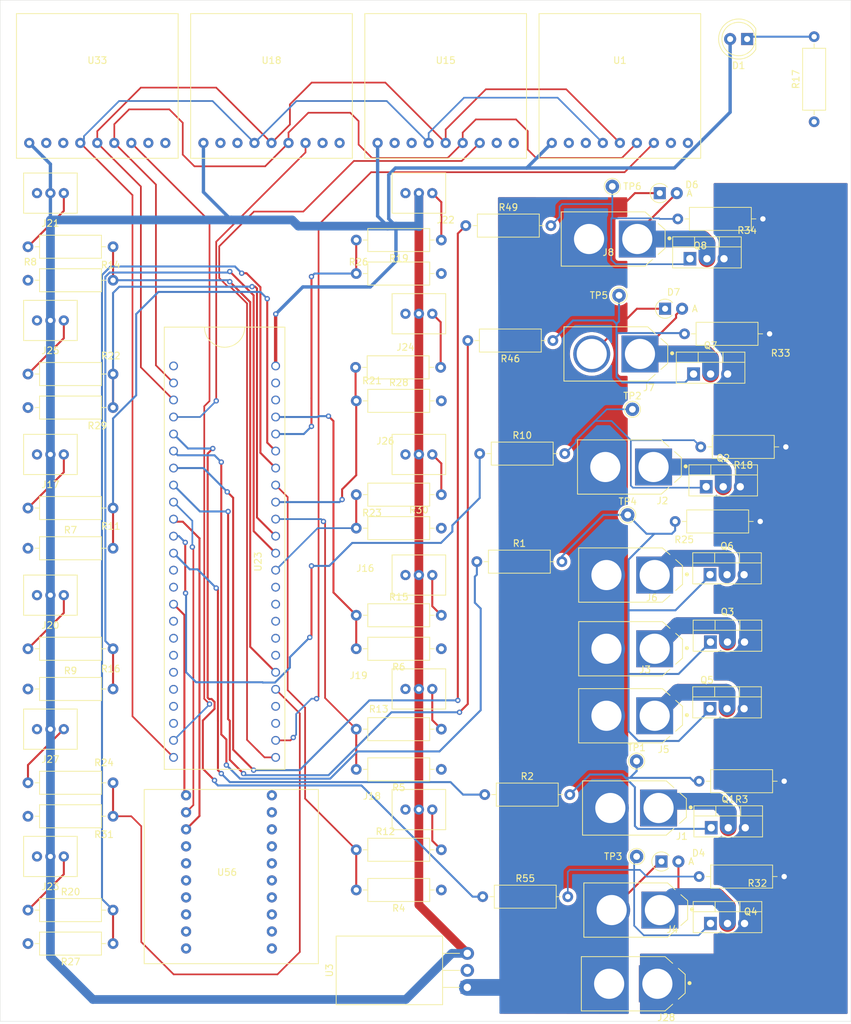
<source format=kicad_pcb>
(kicad_pcb (version 20211014) (generator pcbnew)
  (layers (0 "F.Cu" power) (1 "In1.Cu" signal) (2 "In2.Cu" signal) (31 "B.Cu" signal) (35 "F.Paste" user) (37 "F.SilkS" user "F.Silkscreen") (38 "B.Mask" user) (39 "F.Mask" user) (44 "Edge.Cuts" user))
  (net 0 "")
  (net 1 "Net-(D1-Pad1)")
  (net 2 "+5V")
  (net 3 "Net-(J16-Pad1)")
  (net 4 "Net-(J17-Pad1)")
  (net 5 "Net-(J18-Pad1)")
  (net 6 "Net-(J19-Pad1)")
  (net 7 "Net-(J20-Pad1)")
  (net 8 "Net-(J21-Pad1)")
  (net 9 "Net-(J22-Pad1)")
  (net 10 "Net-(J23-Pad1)")
  (net 11 "Net-(J24-Pad1)")
  (net 12 "Net-(J25-Pad1)")
  (net 13 "Net-(J26-Pad1)")
  (net 14 "Net-(J27-Pad1)")
  (net 15 "+12V")
  (net 16 "Net-(R12-Pad1)")
  (net 17 "Net-(R13-Pad1)")
  (net 18 "Net-(R15-Pad1)")
  (net 19 "Net-(R11-Pad1)")
  (net 20 "Net-(R14-Pad1)")
  (net 21 "Net-(R16-Pad1)")
  (net 22 "Net-(R19-Pad2)")
  (net 23 "Net-(R20-Pad2)")
  (net 24 "Net-(R21-Pad2)")
  (net 25 "Net-(R22-Pad2)")
  (net 26 "Net-(R23-Pad2)")
  (net 27 "Net-(R24-Pad2)")
  (net 28 "Net-(Q1-Pad1)")
  (net 29 "TNS_10")
  (net 30 "TNS_3")
  (net 31 "TNS_6")
  (net 32 "GND")
  (net 33 "TNS_4")
  (net 34 "TNS_5")
  (net 35 "TNS_9")
  (net 36 "Net-(Q2-Pad1)")
  (net 37 "Net-(D2-Pad2)")
  (net 38 "Net-(D3-Pad2)")
  (net 39 "Net-(J3-Pad1)")
  (net 40 "Net-(J5-Pad1)")
  (net 41 "Net-(D4-Pad2)")
  (net 42 "Net-(D5-Pad2)")
  (net 43 "Net-(D6-Pad2)")
  (net 45 "1")
  (net 46 "14")
  (net 47 "13")
  (net 48 "51")
  (net 52 "50")
  (net 56 "15")
  (net 60 "2")
  (net 63 "3.3")
  (net 64 "61")
  (net 65 "60")
  (net 82 "TNS_11")
  (net 83 "TNS_12")
  (net 84 "TNS_8")
  (net 85 "TNS_24")
  (net 92 "TNS_35")
  (net 93 "55")
  (net 94 "TNS_7")
  (net 100 "Net-(D7-Pad1)")
  (net 101 "Net-(D7-Pad2)")
  (net 102 "Net-(Q3-Pad1)")
  (net 103 "Net-(Q4-Pad1)")
  (net 104 "Net-(Q7-Pad1)")
  (net 105 "Net-(Q8-Pad1)")
  (footprint "Resistor_THT:R_Axial_DIN0309_L9.0mm_D3.2mm_P12.70mm_Horizontal" (layer "F.Cu") (at 95.35 173 180)
    (fp_text reference "R31")
    (fp_text value "R_US")
  )
  (footprint "Launchbox:Xbee_Breakout" (layer "F.Cu") (at 113 182 180)
    (fp_text reference "U56")
    (fp_text value "XBee_Breakout")
  )
  (footprint "Launchbox:AMASS_XT60-M" (layer "F.Cu") (at 172.6 158 180)
    (fp_text reference "J5")
    (fp_text value "XT60-M")
  )
  (footprint "TestPoint:TestPoint_THTPad_D2.0mm_Drill1.0mm" (layer "F.Cu") (at 170.874 95.262)
    (fp_text reference "TP5")
    (fp_text value "TestPoint")
  )
  (footprint "Resistor_THT:R_Axial_DIN0309_L9.0mm_D3.2mm_P12.70mm_Horizontal" (layer "F.Cu") (at 131.65 160)
    (fp_text reference "R13")
    (fp_text value "R_US")
  )
  (footprint "Resistor_THT:R_Axial_DIN0309_L9.0mm_D3.2mm_P12.70mm_Horizontal" (layer "F.Cu") (at 193.35 101 180)
    (fp_text reference "R33")
    (fp_text value "10K")
  )
  (footprint "Resistor_THT:R_Axial_DIN0309_L9.0mm_D3.2mm_P12.70mm_Horizontal" (layer "F.Cu") (at 144.25 106 180)
    (fp_text reference "R21")
    (fp_text value "R_US")
  )
  (footprint "Package_TO_SOT_THT:TO-220-3_Vertical" (layer "F.Cu") (at 184.526921 189)
    (fp_text reference "Q4")
    (fp_text value "Q_NMOS_GDS")
  )
  (footprint "Resistor_THT:R_Axial_DIN0309_L9.0mm_D3.2mm_P12.70mm_Horizontal" (layer "F.Cu") (at 150.076921 118.874949)
    (fp_text reference "R10")
    (fp_text value "100")
  )
  (footprint "Launchbox:Crimp_Header" (layer "F.Cu") (at 88 99 180)
    (fp_text reference "J25")
    (fp_text value "440055-3")
  )
  (footprint "Launchbox:MAX31856" (layer "F.Cu") (at 93 64)
    (fp_text reference "U33")
    (fp_text value "MAX31856")
  )
  (footprint "Launchbox:Crimp_Header" (layer "F.Cu") (at 143 98 180)
    (fp_text reference "J24")
    (fp_text value "440055-3")
  )
  (footprint "Resistor_THT:R_Axial_DIN0309_L9.0mm_D3.2mm_P12.70mm_Horizontal" (layer "F.Cu") (at 200 69.35 90)
    (fp_text reference "R17")
    (fp_text value "R")
  )
  (footprint "Launchbox:AMASS_XT60-M" (layer "F.Cu") (at 172.426921 120.874949 180)
    (fp_text reference "J2")
    (fp_text value "XT60-M")
  )
  (footprint "Resistor_THT:R_Axial_DIN0309_L9.0mm_D3.2mm_P12.70mm_Horizontal" (layer "F.Cu") (at 82.65 107)
    (fp_text reference "R22")
    (fp_text value "R_US")
  )
  (footprint "Diode_THT:D_A-405_P2.54mm_Vertical_AnodeUp" (layer "F.Cu") (at 177.75 97.25)
    (fp_text reference "D7")
    (fp_text value "D")
  )
  (footprint "Resistor_THT:R_Axial_DIN0309_L9.0mm_D3.2mm_P12.70mm_Horizontal" (layer "F.Cu") (at 144.35 87 180)
    (fp_text reference "R19")
    (fp_text value "R_US")
  )
  (footprint "Resistor_THT:R_Axial_DIN0309_L9.0mm_D3.2mm_P12.70mm_Horizontal" (layer "F.Cu") (at 95.35 112 180)
    (fp_text reference "R29")
    (fp_text value "R_US")
  )
  (footprint "Resistor_THT:R_Axial_DIN0309_L9.0mm_D3.2mm_P12.70mm_Horizontal" (layer "F.Cu") (at 82.65 168)
    (fp_text reference "R24")
    (fp_text value "R_US")
  )
  (footprint "Package_TO_SOT_THT:TO-220-3_Vertical" (layer "F.Cu") (at 184.636921 174.711511)
    (fp_text reference "Q1")
    (fp_text value "Q_NMOS_GDS")
  )
  (footprint "Resistor_THT:R_Axial_DIN0309_L9.0mm_D3.2mm_P12.70mm_Horizontal" (layer "F.Cu") (at 195.526921 167.766511 180)
    (fp_text reference "R3")
    (fp_text value "10K")
  )
  (footprint "Resistor_THT:R_Axial_DIN0309_L9.0mm_D3.2mm_P12.70mm_Horizontal" (layer "F.Cu") (at 95.35 192 180)
    (fp_text reference "R27")
    (fp_text value "R_US")
  )
  (footprint "Launchbox:AMASS_XT60-M" (layer "F.Cu") (at 173.374 187 180)
    (fp_text reference "J4")
    (fp_text value "XT60-M")
  )
  (footprint "LED_THT:LED_D5.0mm" (layer "F.Cu") (at 190 57 180)
    (fp_text reference "D1")
    (fp_text value "LED")
  )
  (footprint "Resistor_THT:R_Axial_DIN0309_L9.0mm_D3.2mm_P12.70mm_Horizontal" (layer "F.Cu") (at 131.65 92)
    (fp_text reference "R26")
    (fp_text value "R_US")
  )
  (footprint "Resistor_THT:R_Axial_DIN0309_L9.0mm_D3.2mm_P12.70mm_Horizontal" (layer "F.Cu") (at 95.35 127 180)
    (fp_text reference "R11")
    (fp_text value "R_US")
  )
  (footprint "Resistor_THT:R_Axial_DIN0309_L9.0mm_D3.2mm_P12.70mm_Horizontal" (layer "F.Cu") (at 82.65 93)
    (fp_text reference "R8")
    (fp_text value "R_US")
  )
  (footprint "Launchbox:Crimp_Header" (layer "F.Cu") (at 88 80 180)
    (fp_text reference "J21")
    (fp_text value "440055-3")
  )
  (footprint "Resistor_THT:R_Axial_DIN0309_L9.0mm_D3.2mm_P12.70mm_Horizontal" (layer "F.Cu") (at 195.526921 182 180)
    (fp_text reference "R32")
    (fp_text value "10K")
  )
  (footprint "Resistor_THT:R_Axial_DIN0309_L9.0mm_D3.2mm_P12.70mm_Horizontal" (layer "F.Cu") (at 161 102 180)
    (fp_text reference "R46")
    (fp_text value "100")
  )
  (footprint "Package_TO_SOT_THT:TO-220-3_Vertical" (layer "F.Cu") (at 181.46 89.789511)
    (fp_text reference "Q8")
    (fp_text value "Q_NMOS_GDS")
  )
  (footprint "Resistor_THT:R_Axial_DIN0309_L9.0mm_D3.2mm_P12.70mm_Horizontal" (layer "F.Cu") (at 149.65 135)
    (fp_text reference "R1")
    (fp_text value "100")
  )
  (footprint "Resistor_THT:R_Axial_DIN0309_L9.0mm_D3.2mm_P12.70mm_Horizontal" (layer "F.Cu") (at 191.95 129 180)
    (fp_text reference "R25")
    (fp_text value "10K")
  )
  (footprint "Launchbox:Crimp_Header" (layer "F.Cu") (at 88 140 180)
    (fp_text reference "J20")
    (fp_text value "440055-3")
  )
  (footprint "Launchbox:AMASS_XT60-M" (layer "F.Cu") (at 170.4 104 180)
    (fp_text reference "J7")
    (fp_text value "XT60-M")
  )
  (footprint "Launchbox:Crimp_Header" (layer "F.Cu") (at 88 160 180)
    (fp_text reference "J27")
    (fp_text value "440055-3")
  )
  (footprint "Diode_THT:D_A-405_P2.54mm_Vertical_AnodeUp" (layer "F.Cu") (at 177.205 179.75)
    (fp_text reference "D4")
    (fp_text value "D")
  )
  (footprint "Launchbox:AMASS_XT60-M" (layer "F.Cu") (at 173 198 180)
    (fp_text reference "J28")
    (fp_text value "CaelusPCB-rescue_XT60-M-CaelusPCB")
  )
  (footprint "Resistor_THT:R_Axial_DIN0309_L9.0mm_D3.2mm_P12.70mm_Horizontal" (layer "F.Cu") (at 192.35 83.844511 180)
    (fp_text reference "R34")
    (fp_text value "10K")
  )
  (footprint "Resistor_THT:R_Axial_DIN0309_L9.0mm_D3.2mm_P12.70mm_Horizontal" (layer "F.Cu") (at 131.65 143)
    (fp_text reference "R15")
    (fp_text value "R_US")
  )
  (footprint "Resistor_THT:R_Axial_DIN0309_L9.0mm_D3.2mm_P12.70mm_Horizontal" (layer "F.Cu") (at 144.35 166 180)
    (fp_text reference "R5")
    (fp_text value "R_US")
  )
  (footprint "Resistor_THT:R_Axial_DIN0309_L9.0mm_D3.2mm_P12.70mm_Horizontal" (layer "F.Cu") (at 195.776921 117.874949 180)
    (fp_text reference "R18")
    (fp_text value "10K")
  )
  (footprint "Launchbox:AMASS_XT60-M" (layer "F.Cu") (at 172.6 148 180)
    (fp_text reference "J3")
    (fp_text value "XT60-M")
  )
  (footprint "TestPoint:TestPoint_THTPad_D2.0mm_Drill1.0mm" (layer "F.Cu") (at 173.5 179)
    (fp_text reference "TP3")
    (fp_text value "TestPoint")
  )
  (footprint "Launchbox:Crimp_Header" (layer "F.Cu") (at 143 137 180)
    (fp_text reference "J16")
    (fp_text value "440055-3")
  )
  (footprint "Resistor_THT:R_Axial_DIN0309_L9.0mm_D3.2mm_P12.70mm_Horizontal" (layer "F.Cu") (at 131.65 130)
    (fp_text reference "R30")
    (fp_text value "R_US")
  )
  (footprint "Launchbox:Teensy_3.6" (layer "F.Cu") (at 112 135 90)
    (fp_text reference "U23")
    (fp_text value "Teensy_3.6")
  )
  (footprint "Resistor_THT:R_Axial_DIN0309_L9.0mm_D3.2mm_P12.70mm_Horizontal" (layer "F.Cu") (at 95.35 148 180)
    (fp_text reference "R16")
    (fp_text value "R_US")
  )
  (footprint "Resistor_THT:R_Axial_DIN0309_L9.0mm_D3.2mm_P12.70mm_Horizontal" (layer "F.Cu") (at 150.526921 185)
    (fp_text reference "R55")
    (fp_text value "100")
  )
  (footprint "TestPoint:TestPoint_THTPad_D2.0mm_Drill1.0mm" (layer "F.Cu") (at 169.874 79)
    (fp_text reference "TP6")
    (fp_text value "TestPoint")
  )
  (footprint "Package_TO_SOT_THT:TO-220-3_Vertical" (layer "F.Cu") (at 183.886921 123.819949)
    (fp_text reference "Q2")
    (fp_text value "Q_NMOS_GDS")
  )
  (footprint "TestPoint:TestPoint_THTPad_D2.0mm_Drill1.0mm" (layer "F.Cu") (at 172.171079 128.024)
    (fp_text reference "TP4")
    (fp_text value "TestPoint")
  )
  (footprint "Resistor_THT:R_Axial_DIN0309_L9.0mm_D3.2mm_P12.70mm_Horizontal" (layer "F.Cu") (at 144.35 184 180)
    (fp_text reference "R4")
    (fp_text value "R_US")
  )
  (footprint "Launchbox:MAX31856" (layer "F.Cu") (at 171 64)
    (fp_text reference "U1")
    (fp_text value "MAX31856")
  )
  (footprint "Launchbox:AMASS_XT60-M" (layer "F.Cu") (at 173.176921 171.766511 180)
    (fp_text reference "J1")
    (fp_text value "XT60-M")
  )
  (footprint "Resistor_THT:R_Axial_DIN0309_L9.0mm_D3.2mm_P12.70mm_Horizontal" (layer "F.Cu") (at 148 84.844511)
    (fp_text reference "R49")
    (fp_text value "100")
  )
  (footprint "Package_TO_SOT_THT:TO-220-3_Vertical" (layer "F.Cu") (at 184.46 136.945)
    (fp_text reference "Q6")
    (fp_text value "Q_NMOS_GDS")
  )
  (footprint "Launchbox:Crimp_Header" (layer "F.Cu") (at 88 179 180)
    (fp_text reference "J23")
    (fp_text value "440055-3")
  )
  (footprint "Launchbox:Crimp_Header" (layer "F.Cu") (at 143 80 180)
    (fp_text reference "J22")
    (fp_text value "440055-3")
  )
  (footprint "Resistor_THT:R_Axial_DIN0309_L9.0mm_D3.2mm_P12.70mm_Horizontal" (layer "F.Cu") (at 131.65 111)
    (fp_text reference "R28")
    (fp_text value "R_US")
  )
  (footprint "Resistor_THT:R_Axial_DIN0309_L9.0mm_D3.2mm_P12.70mm_Horizontal" (layer "F.Cu") (at 82.65 133)
    (fp_text reference "R7")
    (fp_text value "R_US")
  )
  (footprint "Launchbox:MAX31856" (layer "F.Cu") (at 145 64)
    (fp_text reference "U15")
    (fp_text value "MAX31856")
  )
  (footprint "Package_TO_SOT_THT:TO-220-3_Horizontal_TabDown" (layer "F.Cu") (at 148.23 198.54 90)
    (fp_text reference "U3")
    (fp_text value "L7805")
  )
  (footprint "Resistor_THT:R_Axial_DIN0309_L9.0mm_D3.2mm_P12.70mm_Horizontal" (layer "F.Cu") (at 95.35 88 180)
    (fp_text reference "R14")
    (fp_text value "R_US")
  )
  (footprint "Resistor_THT:R_Axial_DIN0309_L9.0mm_D3.2mm_P12.70mm_Horizontal" (layer "F.Cu") (at 82.65 187)
    (fp_text reference "R20")
    (fp_text value "R_US")
  )
  (footprint "Launchbox:Crimp_Header" (layer "F.Cu") (at 88 119 180)
    (fp_text reference "J17")
    (fp_text value "440055-3")
  )
  (footprint "Package_TO_SOT_THT:TO-220-3_Vertical" (layer "F.Cu") (at 184.46 156.945)
    (fp_text reference "Q5")
    (fp_text value "Q_NMOS_GDS")
  )
  (footprint "Resistor_THT:R_Axial_DIN0309_L9.0mm_D3.2mm_P12.70mm_Horizontal" (layer "F.Cu") (at 150.826921 169.766511)
    (fp_text reference "R2")
    (fp_text value "100")
  )
  (footprint "Package_TO_SOT_THT:TO-220-3_Vertical" (layer "F.Cu") (at 184.52 147)
    (fp_text reference "Q3")
    (fp_text value "Q_NMOS_GDS")
  )
  (footprint "Resistor_THT:R_Axial_DIN0309_L9.0mm_D3.2mm_P12.70mm_Horizontal" (layer "F.Cu") (at 82.65 154)
    (fp_text reference "R9")
    (fp_text value "R_US")
  )
  (footprint "Resistor_THT:R_Axial_DIN0309_L9.0mm_D3.2mm_P12.70mm_Horizontal" (layer "F.Cu") (at 144.35 148 180)
    (fp_text reference "R6")
    (fp_text value "R_US")
  )
  (footprint "Resistor_THT:R_Axial_DIN0309_L9.0mm_D3.2mm_P12.70mm_Horizontal" (layer "F.Cu") (at 144.35 125 180)
    (fp_text reference "R23")
    (fp_text value "R_US")
  )
  (footprint "Launchbox:MAX31856" (layer "F.Cu") (at 119 64)
    (fp_text reference "U18")
    (fp_text value "MAX31856")
  )
  (footprint "TestPoint:TestPoint_THTPad_D2.0mm_Drill1.0mm" (layer "F.Cu") (at 173.5 164.766511)
    (fp_text reference "TP1")
    (fp_text value "TestPoint")
  )
  (footprint "Launchbox:AMASS_XT60-M" (layer "F.Cu") (at 170 86.844511 180)
    (fp_text reference "J8")
    (fp_text value "XT60-M")
  )
  (footprint "TestPoint:TestPoint_THTPad_D2.0mm_Drill1.0mm" (layer "F.Cu") (at 172.874 112.262)
    (fp_text reference "TP2")
    (fp_text value "TestPoint")
  )
  (footprint "Diode_THT:D_A-405_P2.54mm_Vertical_AnodeUp" (layer "F.Cu") (at 176.955 80)
    (fp_text reference "D6")
    (fp_text value "D")
  )
  (footprint "Resistor_THT:R_Axial_DIN0309_L9.0mm_D3.2mm_P12.70mm_Horizontal" (layer "F.Cu") (at 131.65 178)
    (fp_text reference "R12")
    (fp_text value "R_US")
  )
  (footprint "Launchbox:Crimp_Header" (layer "F.Cu") (at 143 172 180)
    (fp_text reference "J18")
    (fp_text value "440055-3")
  )
  (footprint "Launchbox:Crimp_Header" (layer "F.Cu") (at 143 119 180)
    (fp_text reference "J26")
    (fp_text value "440055-3")
  )
  (footprint "Launchbox:AMASS_XT60-M" (layer "F.Cu") (at 172.6 137 180)
    (fp_text reference "J6")
    (fp_text value "XT60-M")
  )
  (footprint "Launchbox:Crimp_Header" (layer "F.Cu") (at 143 154 180)
    (fp_text reference "J19")
    (fp_text value "440055-3")
  )
  (footprint "Package_TO_SOT_THT:TO-220-3_Vertical" (layer "F.Cu") (at 182 107)
    (fp_text reference "Q7")
    (fp_text value "Q_NMOS_GDS")
  )
  (gr_rect (start 78.5 51.2) (end 205.5 203.6) (layer "Edge.Cuts") (width 0.05) (fill none))
  (segment (start 200 56.65) (end 190.35 56.65) (width 0.3) (layer "B.Cu") (net 1))
  (segment (start 190.35 56.65) (end 190 57) (width 0.3) (layer "B.Cu") (net 1))
  (segment (start 141 186.23) (end 148.23 193.46) (width 1.3) (layer "F.Cu") (net 2))
  (segment (start 141 80) (end 141 172) (width 1.3) (layer "F.Cu") (net 2))
  (segment (start 119.62 98.058) (end 119.62 105.79) (width 0.5) (layer "F.Cu") (net 2))
  (segment (start 141 172) (end 141 186.23) (width 1.3) (layer "F.Cu") (net 2))
  (via (at 119.634 98.044) (size 0.8) (drill 0.4) (layers "F.Cu" "B.Cu") (net 2))
  (segment (start 113 84) (end 86 84) (width 1.3) (layer "B.Cu") (net 2))
  (segment (start 137.58 84.92) (end 140.92 84.92) (width 1.3) (layer "B.Cu") (net 2))
  (segment (start 179.132336 76.25) (end 187.46 67.922336) (width 0.5) (layer "B.Cu") (net 2))
  (segment (start 123 84.92) (end 136.33 84.92) (width 1.3) (layer "B.Cu") (net 2))
  (segment (start 86 84) (end 86 179) (width 1.3) (layer "B.Cu") (net 2))
  (segment (start 108.84 79.84) (end 113 84) (width 0.5) (layer "B.Cu") (net 2))
  (segment (start 145.93 193.46) (end 148.23 193.46) (width 1.3) (layer "B.Cu") (net 2))
  (segment (start 136.5 83.84) (end 137.58 84.92) (width 0.5) (layer "B.Cu") (net 2))
  (segment (start 134.84 72.509) (end 134.84 83.43) (width 0.5) (layer "B.Cu") (net 2))
  (segment (start 123.678 94) (end 133.75 94) (width 0.5) (layer "B.Cu") (net 2))
  (segment (start 187.46 67.922336) (end 187.46 57) (width 0.5) (layer "B.Cu") (net 2))
  (segment (start 137.58 90.17) (end 137.58 84.92) (width 0.5) (layer "B.Cu") (net 2))
  (segment (start 141 85) (end 141 80) (width 1.3) (layer "B.Cu") (net 2))
  (segment (start 86 75.669) (end 82.84 72.509) (width 0.5) (layer "B.Cu") (net 2))
  (segment (start 92.342011 200.342011) (end 139.047989 200.342011) (width 1.3) (layer "B.Cu") (net 2))
  (segment (start 160.84 72.509) (end 157.099 76.25) (width 0.5) (layer "B.Cu") (net 2))
  (segment (start 86 179) (end 86 194) (width 1.3) (layer "B.Cu") (net 2))
  (segment (start 157.099 76.25) (end 179.132336 76.25) (width 0.5) (layer "B.Cu") (net 2))
  (segment (start 136.33 84.92) (end 137.58 84.92) (width 1.3) (layer "B.Cu") (net 2))
  (segment (start 86 80) (end 86 84) (width 0.5) (layer "B.Cu") (net 2))
  (segment (start 119.634 98.044) (end 123.678 94) (width 0.5) (layer "B.Cu") (net 2))
  (segment (start 133.75 94) (end 137.58 90.17) (width 0.5) (layer "B.Cu") (net 2))
  (segment (start 86 194) (end 92.342011 200.342011) (width 1.3) (layer "B.Cu") (net 2))
  (segment (start 157.099 76.25) (end 137.5 76.25) (width 0.5) (layer "B.Cu") (net 2))
  (segment (start 86 80) (end 86 75.669) (width 0.5) (layer "B.Cu") (net 2))
  (segment (start 139.047989 200.342011) (end 145.93 193.46) (width 1.3) (layer "B.Cu") (net 2))
  (segment (start 140.92 84.92) (end 141 85) (width 1.3) (layer "B.Cu") (net 2))
  (segment (start 134.84 83.43) (end 136.33 84.92) (width 0.5) (layer "B.Cu") (net 2))
  (segment (start 122.08 84) (end 113 84) (width 1.3) (layer "B.Cu") (net 2))
  (segment (start 108.84 72.509) (end 108.84 79.84) (width 0.5) (layer "B.Cu") (net 2))
  (segment (start 137.5 76.25) (end 136.5 77.25) (width 0.5) (layer "B.Cu") (net 2))
  (segment (start 123 84.92) (end 122.08 84) (width 1.3) (layer "B.Cu") (net 2))
  (segment (start 136.5 77.25) (end 136.5 83.84) (width 0.5) (layer "B.Cu") (net 2))
  (segment (start 143 137) (end 143 141.65) (width 0.3) (layer "F.Cu") (net 3))
  (segment (start 143 141.65) (end 144.35 143) (width 0.3) (layer "F.Cu") (net 3))
  (segment (start 88 119) (end 88 121.65) (width 0.3) (layer "F.Cu") (net 4))
  (segment (start 88 121.65) (end 82.65 127) (width 0.3) (layer "F.Cu") (net 4))
  (segment (start 143 176.65) (end 144.35 178) (width 0.3) (layer "F.Cu") (net 5))
  (segment (start 143 172) (end 143 176.65) (width 0.3) (layer "F.Cu") (net 5))
  (segment (start 143 158.65) (end 144.35 160) (width 0.3) (layer "F.Cu") (net 6))
  (segment (start 143 154) (end 143 158.65) (width 0.3) (layer "F.Cu") (net 6))
  (segment (start 88 140) (end 88 142.65) (width 0.3) (layer "F.Cu") (net 7))
  (segment (start 88 142.65) (end 82.65 148) (width 0.3) (layer "F.Cu") (net 7))
  (segment (start 88 82.65) (end 82.65 88) (width 0.3) (layer "F.Cu") (net 8))
  (segment (start 88 80) (end 88 82.65) (width 0.3) (layer "F.Cu") (net 8))
  (segment (start 144.35 87) (end 144.35 81.35) (width 0.3) (layer "F.Cu") (net 9))
  (segment (start 144.35 81.35) (end 143 80) (width 0.3) (layer "F.Cu") (net 9))
  (segment (start 88 181.65) (end 82.65 187) (width 0.3) (layer "F.Cu") (net 10))
  (segment (start 88 179) (end 88 181.65) (width 0.3) (layer "F.Cu") (net 10))
  (segment (start 144.25 106) (end 144.25 99.25) (width 0.3) (layer "F.Cu") (net 11))
  (segment (start 144.25 99.25) (end 143 98) (width 0.3) (layer "F.Cu") (net 11))
  (segment (start 88 99) (end 88 101.65) (width 0.3) (layer "F.Cu") (net 12))
  (segment (start 88 101.65) (end 82.65 107) (width 0.3) (layer "F.Cu") (net 12))
  (segment (start 144.35 125) (end 144.35 120.35) (width 0.3) (layer "F.Cu") (net 13))
  (segment (start 144.35 120.35) (end 143 119) (width 0.3) (layer "F.Cu") (net 13))
  (segment (start 82.65 165.35) (end 88 160) (width 0.3) (layer "F.Cu") (net 14))
  (segment (start 82.65 168) (end 82.65 165.35) (width 0.3) (layer "F.Cu") (net 14))
  (segment (start 177.024 179.75) (end 169.774 187) (width 0.3) (layer "F.Cu") (net 15))
  (segment (start 177.205 179.75) (end 177.024 179.75) (width 0.3) (layer "F.Cu") (net 15))
  (segment (start 173.244511 80) (end 176.955 80) (width 0.3) (layer "F.Cu") (net 15))
  (segment (start 166.4 86.844511) (end 173.244511 80) (width 0.3) (layer "F.Cu") (net 15))
  (segment (start 168.86 198.54) (end 169.4 198) (width 2.5) (layer "B.Cu") (net 15))
  (segment (start 148.23 198.54) (end 168.86 198.54) (width 2.5) (layer "B.Cu") (net 15))
  (segment (start 124.018 170.368) (end 131.65 178) (width 0.25) (layer "F.Cu") (net 16))
  (segment (start 124.018 170.368) (end 124.018 156.784) (width 0.25) (layer "F.Cu") (net 16))
  (segment (start 121.412 154.178) (end 121.412 125.362) (width 0.25) (layer "F.Cu") (net 16))
  (segment (start 131.65 178) (end 131.65 184) (width 0.3) (layer "F.Cu") (net 16))
  (segment (start 121.412 125.362) (end 119.62 123.57) (width 0.25) (layer "F.Cu") (net 16))
  (segment (start 124.018 156.784) (end 121.412 154.178) (width 0.25) (layer "F.Cu") (net 16))
  (segment (start 126.75 129) (end 127 129.25) (width 0.25) (layer "F.Cu") (net 17))
  (segment (start 131.65 160) (end 131.65 166) (width 0.3) (layer "F.Cu") (net 17))
  (segment (start 127 155.35) (end 131.65 160) (width 0.25) (layer "F.Cu") (net 17))
  (segment (start 127 129.25) (end 127 155.35) (width 0.25) (layer "F.Cu") (net 17))
  (via (at 126.75 129) (size 0.8) (drill 0.4) (layers "F.Cu" "B.Cu") (net 17))
  (segment (start 126.425489 128.65) (end 126.775489 129) (width 0.25) (layer "B.Cu") (net 17))
  (segment (start 119.62 128.65) (end 126.425489 128.65) (width 0.25) (layer "B.Cu") (net 17))
  (segment (start 128.25 139.6) (end 131.65 143) (width 0.3) (layer "F.Cu") (net 18))
  (segment (start 131.65 143) (end 131.65 148) (width 0.3) (layer "F.Cu") (net 18))
  (segment (start 128.25 114.026) (end 128.25 139.6) (width 0.3) (layer "F.Cu") (net 18))
  (segment (start 127.508 113.284) (end 128.25 114.026) (width 0.3) (layer "F.Cu") (net 18))
  (via (at 127.508 113.284) (size 0.8) (drill 0.4) (layers "F.Cu" "B.Cu") (net 18))
  (segment (start 126.036 113.284) (end 125.91 113.41) (width 0.3) (layer "B.Cu") (net 18))
  (segment (start 127.508 113.284) (end 126.036 113.284) (width 0.3) (layer "B.Cu") (net 18))
  (segment (start 125.91 113.41) (end 119.62 113.41) (width 0.3) (layer "B.Cu") (net 18))
  (segment (start 118.364 95.758) (end 118.364 117.234) (width 0.3) (layer "F.Cu") (net 19))
  (segment (start 118.364 117.234) (end 119.62 118.49) (width 0.3) (layer "F.Cu") (net 19))
  (segment (start 95.35 127) (end 95.35 133) (width 0.3) (layer "F.Cu") (net 19))
  (via (at 118.364 95.758) (size 0.8) (drill 0.4) (layers "F.Cu" "B.Cu") (net 19))
  (segment (start 98.806 98.044) (end 102.108 94.742) (width 0.3) (layer "B.Cu") (net 19))
  (segment (start 117.094 94.742) (end 117.348 94.742) (width 0.3) (layer "B.Cu") (net 19))
  (segment (start 95.35 113.625655) (end 98.806 110.169655) (width 0.3) (layer "B.Cu") (net 19))
  (segment (start 117.348 94.742) (end 118.364 95.758) (width 0.3) (layer "B.Cu") (net 19))
  (segment (start 95.35 127) (end 95.35 113.625655) (width 0.3) (layer "B.Cu") (net 19))
  (segment (start 102.108 94.742) (end 117.094 94.742) (width 0.3) (layer "B.Cu") (net 19))
  (segment (start 98.806 110.169655) (end 98.806 98.044) (width 0.3) (layer "B.Cu") (net 19))
  (segment (start 115.824 147.714) (end 119.62 151.51) (width 0.3) (layer "F.Cu") (net 20))
  (segment (start 95.35 88) (end 95.35 93) (width 0.3) (layer "F.Cu") (net 20))
  (segment (start 112.776 93.218) (end 115.824 96.266) (width 0.3) (layer "F.Cu") (net 20))
  (segment (start 115.824 96.266) (end 115.824 147.714) (width 0.3) (layer "F.Cu") (net 20))
  (via (at 112.776 93.218) (size 0.8) (drill 0.4) (layers "F.Cu" "B.Cu") (net 20))
  (segment (start 112.558 93) (end 95.35 93) (width 0.3) (layer "B.Cu") (net 20))
  (segment (start 112.776 93.218) (end 112.558 93) (width 0.3) (layer "B.Cu") (net 20))
  (segment (start 116.332 95.25) (end 116.332 130.442) (width 0.3) (layer "F.Cu") (net 21))
  (segment (start 95.35 148) (end 95.35 154) (width 0.3) (layer "F.Cu") (net 21))
  (segment (start 112.776 91.694) (end 116.332 95.25) (width 0.3) (layer "F.Cu") (net 21))
  (segment (start 116.332 130.442) (end 119.62 133.73) (width 0.3) (layer "F.Cu") (net 21))
  (via (at 112.776 91.694) (size 0.8) (drill 0.4) (layers "F.Cu" "B.Cu") (net 21))
  (segment (start 94.200489 92.489511) (end 94.200489 146.850489) (width 0.3) (layer "B.Cu") (net 21))
  (segment (start 112.619511 91.850489) (end 94.839511 91.850489) (width 0.3) (layer "B.Cu") (net 21))
  (segment (start 94.200489 146.850489) (end 95.35 148) (width 0.3) (layer "B.Cu") (net 21))
  (segment (start 94.839511 91.850489) (end 94.200489 92.489511) (width 0.3) (layer "B.Cu") (net 21))
  (segment (start 112.776 91.694) (end 112.619511 91.850489) (width 0.3) (layer "B.Cu") (net 21))
  (segment (start 124.968 110.602) (end 124.968 114.808) (width 0.3) (layer "F.Cu") (net 22))
  (segment (start 131.65 87) (end 131.65 92) (width 0.3) (layer "F.Cu") (net 22))
  (segment (start 124.968 92.456) (end 124.968 110.602) (width 0.3) (layer "F.Cu") (net 22))
  (via (at 124.968 114.808) (size 0.8) (drill 0.4) (layers "F.Cu" "B.Cu") (net 22))
  (via (at 124.968 92.456) (size 0.8) (drill 0.4) (layers "F.Cu" "B.Cu") (net 22))
  (segment (start 123.826 115.95) (end 119.62 115.95) (width 0.3) (layer "B.Cu") (net 22))
  (segment (start 125.424 92) (end 124.968 92.456) (width 0.3) (layer "B.Cu") (net 22))
  (segment (start 124.968 114.808) (end 123.826 115.95) (width 0.3) (layer "B.Cu") (net 22))
  (segment (start 131.65 92) (end 125.424 92) (width 0.3) (layer "B.Cu") (net 22))
  (segment (start 117.348 118.758) (end 119.62 121.03) (width 0.3) (layer "F.Cu") (net 23))
  (segment (start 115.260427 91.948) (end 117.348 94.035573) (width 0.3) (layer "F.Cu") (net 23))
  (segment (start 95.35 187) (end 95.35 192) (width 0.3) (layer "F.Cu") (net 23))
  (segment (start 117.348 94.035573) (end 117.348 118.758) (width 0.3) (layer "F.Cu") (net 23))
  (segment (start 114.554 91.948) (end 115.260427 91.948) (width 0.3) (layer "F.Cu") (net 23))
  (via (at 114.554 91.948) (size 0.8) (drill 0.4) (layers "F.Cu" "B.Cu") (net 23))
  (segment (start 93.700969 92.227031) (end 93.700969 185.350969) (width 0.3) (layer "B.Cu") (net 23))
  (segment (start 94.983511 90.944489) (end 93.700969 92.227031) (width 0.3) (layer "B.Cu") (net 23))
  (segment (start 113.550489 90.944489) (end 94.983511 90.944489) (width 0.3) (layer "B.Cu") (net 23))
  (segment (start 93.700969 185.350969) (end 95.35 187) (width 0.3) (layer "B.Cu") (net 23))
  (segment (start 114.554 91.948) (end 113.550489 90.944489) (width 0.3) (layer "B.Cu") (net 23))
  (segment (start 131.65 111) (end 131.65 122.096) (width 0.3) (layer "F.Cu") (net 24))
  (segment (start 129.54 124.206) (end 129.54 125.73) (width 0.3) (layer "F.Cu") (net 24))
  (segment (start 131.55 106) (end 131.55 110.9) (width 0.3) (layer "F.Cu") (net 24))
  (segment (start 130.048 123.698) (end 129.54 124.206) (width 0.3) (layer "F.Cu") (net 24))
  (segment (start 131.55 110.9) (end 131.65 111) (width 0.3) (layer "F.Cu") (net 24))
  (segment (start 131.65 122.096) (end 130.048 123.698) (width 0.3) (layer "F.Cu") (net 24))
  (via (at 129.54 125.73) (size 0.8) (drill 0.4) (layers "F.Cu" "B.Cu") (net 24))
  (segment (start 129.16 126.11) (end 119.62 126.11) (width 0.3) (layer "B.Cu") (net 24))
  (segment (start 129.54 125.73) (end 129.16 126.11) (width 0.3) (layer "B.Cu") (net 24))
  (segment (start 116.83152 94.22552) (end 116.83152 128.40152) (width 0.3) (layer "F.Cu") (net 25))
  (segment (start 116.564023 93.958023) (end 116.83152 94.22552) (width 0.3) (layer "F.Cu") (net 25))
  (segment (start 116.83152 128.40152) (end 119.62 131.19) (width 0.3) (layer "F.Cu") (net 25))
  (segment (start 116.099977 93.958023) (end 116.564023 93.958023) (width 0.3) (layer "F.Cu") (net 25))
  (segment (start 95.35 107) (end 95.35 112) (width 0.3) (layer "F.Cu") (net 25))
  (via (at 116.099977 93.958023) (size 0.8) (drill 0.4) (layers "F.Cu" "B.Cu") (net 25))
  (segment (start 113.095947 93.958023) (end 113.086459 93.967511) (width 0.3) (layer "B.Cu") (net 25))
  (segment (start 113.086459 93.967511) (end 96.278489 93.967511) (width 0.3) (layer "B.Cu") (net 25))
  (segment (start 95.35 94.896) (end 95.35 112) (width 0.3) (layer "B.Cu") (net 25))
  (segment (start 96.278489 93.967511) (end 95.35 94.896) (width 0.3) (layer "B.Cu") (net 25))
  (segment (start 116.099977 93.958023) (end 113.095947 93.958023) (width 0.3) (layer "B.Cu") (net 25))
  (segment (start 131.65 125) (end 131.65 130) (width 0.3) (layer "F.Cu") (net 26))
  (segment (start 119.62 136.27) (end 119.98 136.27) (width 0.25) (layer "B.Cu") (net 26))
  (segment (start 125.89 130) (end 131.65 130) (width 0.25) (layer "B.Cu") (net 26))
  (segment (start 119.62 136.27) (end 125.89 130) (width 0.25) (layer "B.Cu") (net 26))
  (segment (start 99.568 174.498) (end 98.07 173) (width 0.25) (layer "F.Cu") (net 27))
  (segment (start 95.35 168.294309) (end 95.35 168) (width 0.25) (layer "F.Cu") (net 27))
  (segment (start 119.888 196.596) (end 104.394 196.596) (width 0.25) (layer "F.Cu") (net 27))
  (segment (start 98.07 173) (end 95.35 173) (width 0.25) (layer "F.Cu") (net 27))
  (segment (start 99.568 191.77) (end 99.568 174.498) (width 0.25) (layer "F.Cu") (net 27))
  (segment (start 119.62 154.05) (end 123.224511 157.654511) (width 0.25) (layer "F.Cu") (net 27))
  (segment (start 123.224511 193.259489) (end 119.888 196.596) (width 0.25) (layer "F.Cu") (net 27))
  (segment (start 95.35 168) (end 95.35 173) (width 0.3) (layer "F.Cu") (net 27))
  (segment (start 123.224511 157.654511) (end 123.224511 193.259489) (width 0.25) (layer "F.Cu") (net 27))
  (segment (start 104.394 196.596) (end 99.568 191.77) (width 0.25) (layer "F.Cu") (net 27))
  (segment (start 184.47441 174.874022) (end 184.636921 174.711511) (width 0.3) (layer "B.Cu") (net 28))
  (segment (start 163.526921 169.766511) (end 166.526921 166.766511) (width 0.3) (layer "B.Cu") (net 28))
  (segment (start 173.5 166.266511) (end 173.5 164.766511) (width 0.3) (layer "B.Cu") (net 28))
  (segment (start 166.526921 166.766511) (end 168.176921 166.766511) (width 0.3) (layer "B.Cu") (net 28))
  (segment (start 171.351022 166.766511) (end 171.925511 167.341) (width 0.3) (layer "B.Cu") (net 28))
  (segment (start 173.243511 168.659) (end 173.243511 174.448123) (width 0.3) (layer "B.Cu") (net 28))
  (segment (start 172.5 167.266511) (end 181.5 167.266511) (width 0.3) (layer "B.Cu") (net 28))
  (segment (start 173.66941 174.874022) (end 184.47441 174.874022) (width 0.3) (layer "B.Cu") (net 28))
  (segment (start 171.925511 167.341) (end 173.243511 168.659) (width 0.3) (layer "B.Cu") (net 28))
  (segment (start 181.5 167.266511) (end 182 167.766511) (width 0.3) (layer "B.Cu") (net 28))
  (segment (start 168.176921 166.766511) (end 171.351022 166.766511) (width 0.3) (layer "B.Cu") (net 28))
  (segment (start 171.925511 167.341) (end 172 167.266511) (width 0.3) (layer "B.Cu") (net 28))
  (segment (start 173.243511 174.448123) (end 173.66941 174.874022) (width 0.3) (layer "B.Cu") (net 28))
  (segment (start 182 167.766511) (end 182.826921 167.766511) (width 0.3) (layer "B.Cu") (net 28))
  (segment (start 172 167.266511) (end 172.5 167.266511) (width 0.3) (layer "B.Cu") (net 28))
  (segment (start 172.5 167.266511) (end 173.5 166.266511) (width 0.3) (layer "B.Cu") (net 28))
  (segment (start 111.506 166.624) (end 111.006481 166.124481) (width 0.3) (layer "F.Cu") (net 29))
  (segment (start 110.999031 158.74255) (end 110.999031 139.701031) (width 0.3) (layer "F.Cu") (net 29))
  (segment (start 110.999031 139.193031) (end 110.744 138.938) (width 0.3) (layer "F.Cu") (net 29))
  (segment (start 111.006481 158.75) (end 110.999031 158.74255) (width 0.3) (layer "F.Cu") (net 29))
  (segment (start 110.999031 139.701031) (end 110.999031 139.193031) (width 0.3) (layer "F.Cu") (net 29))
  (segment (start 111.006481 166.124481) (end 111.006481 158.75) (width 0.3) (layer "F.Cu") (net 29))
  (via (at 110.744 138.938) (size 0.8) (drill 0.4) (layers "F.Cu" "B.Cu") (net 29))
  (via (at 111.506 166.624) (size 0.8) (drill 0.4) (layers "F.Cu" "B.Cu") (net 29))
  (segment (start 145.729401 167.90248) (end 112.78448 167.90248) (width 0.3) (layer "B.Cu") (net 29))
  (segment (start 112.78448 167.90248) (end 111.506 166.624) (width 0.3) (layer "B.Cu") (net 29))
  (segment (start 107.95 136.144) (end 106.794 136.144) (width 0.3) (layer "B.Cu") (net 29))
  (segment (start 147.593432 169.766511) (end 145.729401 167.90248) (width 0.3) (layer "B.Cu") (net 29))
  (segment (start 110.744 138.938) (end 107.95 136.144) (width 0.3) (layer "B.Cu") (net 29))
  (segment (start 106.794 136.144) (end 104.38 133.73) (width 0.3) (layer "B.Cu") (net 29))
  (segment (start 150.826921 169.766511) (end 147.593432 169.766511) (width 0.3) (layer "B.Cu") (net 29))
  (segment (start 108.74952 158.71248) (end 110.499511 156.962489) (width 0.3) (layer "F.Cu") (net 30))
  (segment (start 110.499511 155.939541) (end 110.060459 155.500489) (width 0.3) (layer "F.Cu") (net 30))
  (segment (start 110.060459 155.500489) (end 109.671561 155.500489) (width 0.3) (layer "F.Cu") (net 30))
  (segment (start 109.671561 155.500489) (end 109.474 155.302928) (width 0.3) (layer "F.Cu") (net 30))
  (segment (start 110.499511 156.962489) (end 110.499511 155.939541) (width 0.3) (layer "F.Cu") (net 30))
  (segment (start 110.49 167.64) (end 108.74952 165.89952) (width 0.3) (layer "F.Cu") (net 30))
  (segment (start 109.474 155.302928) (end 109.474 118.872) (width 0.3) (layer "F.Cu") (net 30))
  (segment (start 108.74952 165.89952) (end 108.74952 158.71248) (width 0.3) (layer "F.Cu") (net 30))
  (segment (start 109.474 118.872) (end 110.236 118.11) (width 0.3) (layer "F.Cu") (net 30))
  (via (at 110.49 167.64) (size 0.8) (drill 0.4) (layers "F.Cu" "B.Cu") (net 30))
  (via (at 110.236 118.11) (size 0.8) (drill 0.4) (layers "F.Cu" "B.Cu") (net 30))
  (segment (start 132.426345 168.402) (end 149.024345 185) (width 0.3) (layer "B.Cu") (net 30))
  (segment (start 110.49 167.894) (end 110.998 168.402) (width 0.3) (layer "B.Cu") (net 30))
  (segment (start 110.236 118.11) (end 106.54 118.11) (width 0.3) (layer "B.Cu") (net 30))
  (segment (start 149.024345 185) (end 150.526921 185) (width 0.3) (layer "B.Cu") (net 30))
  (segment (start 110.998 168.402) (end 132.426345 168.402) (width 0.3) (layer "B.Cu") (net 30))
  (segment (start 110.49 167.64) (end 110.49 167.894) (width 0.3) (layer "B.Cu") (net 30))
  (segment (start 106.54 118.11) (end 104.38 115.95) (width 0.3) (layer "B.Cu") (net 30))
  (segment (start 148.3 102) (end 148.3 156.246) (width 0.3) (layer "F.Cu") (net 31))
  (segment (start 148.3 156.246) (end 147.066 157.48) (width 0.3) (layer "F.Cu") (net 31))
  (segment (start 112.776 164.582523) (end 114.829977 166.6365) (width 0.3) (layer "F.Cu") (net 31))
  (segment (start 112.522 158.496) (end 112.522 127.508) (width 0.3) (layer "F.Cu") (net 31))
  (segment (start 112.522 158.496) (end 112.776 158.75) (width 0.3) (layer "F.Cu") (net 31))
  (segment (start 112.776 158.75) (end 112.776 164.582523) (width 0.3) (layer "F.Cu") (net 31))
  (via (at 114.829977 166.6365) (size 0.8) (drill 0.4) (layers "F.Cu" "B.Cu") (net 31))
  (via (at 112.522 127.508) (size 0.8) (drill 0.4) (layers "F.Cu" "B.Cu") (net 31))
  (via (at 147.066 157.48) (size 0.8) (drill 0.4) (layers "F.Cu" "B.Cu") (net 31))
  (segment (start 108.318 127.508) (end 104.38 123.57) (width 0.3) (layer "B.Cu") (net 31))
  (segment (start 114.829977 166.6365) (end 115.071477 166.878) (width 0.3) (layer "B.Cu") (net 31))
  (segment (start 112.522 127.508) (end 108.318 127.508) (width 0.3) (layer "B.Cu") (net 31))
  (segment (start 136.906 157.48) (end 147.066 157.48) (width 0.3) (layer "B.Cu") (net 31))
  (segment (start 115.071477 166.878) (end 127.508 166.878) (width 0.3) (layer "B.Cu") (net 31))
  (segment (start 127.508 166.878) (end 136.906 157.48) (width 0.3) (layer "B.Cu") (net 31))
  (segment (start 112.268 165.354) (end 112.268 161.544) (width 0.3) (layer "F.Cu") (net 33))
  (segment (start 111.506 160.782) (end 111.506 120.142) (width 0.3) (layer "F.Cu") (net 33))
  (segment (start 112.268 161.544) (end 111.506 160.782) (width 0.3) (layer "F.Cu") (net 33))
  (via (at 112.268 165.354) (size 0.8) (drill 0.4) (layers "F.Cu" "B.Cu") (net 33))
  (via (at 111.506 120.142) (size 0.8) (drill 0.4) (layers "F.Cu" "B.Cu") (net 33))
  (segment (start 150.226921 157.168651) (end 150.226921 142) (width 0.3) (layer "B.Cu") (net 33))
  (segment (start 110.49 119.126) (end 105.016 119.126) (width 0.3) (layer "B.Cu") (net 33))
  (segment (start 144.073572 163.322) (end 150.226921 157.168651) (width 0.3) (layer "B.Cu") (net 33))
  (segment (start 114.3 167.386) (end 127.762 167.386) (width 0.3) (layer "B.Cu") (net 33))
  (segment (start 111.506 120.142) (end 110.49 119.126) (width 0.3) (layer "B.Cu") (net 33))
  (segment (start 105.016 119.126) (end 104.38 118.49) (width 0.3) (layer "B.Cu") (net 33))
  (segment (start 149.352921 137.238) (end 149.352921 141.126) (width 0.3) (layer "B.Cu") (net 33))
  (segment (start 112.268 165.354) (end 114.3 167.386) (width 0.3) (layer "B.Cu") (net 33))
  (segment (start 149.352921 141.126) (end 150.226921 142) (width 0.3) (layer "B.Cu") (net 33))
  (segment (start 149.352921 137.238) (end 149.65 136.940921) (width 0.3) (layer "B.Cu") (net 33))
  (segment (start 149.65 136.940921) (end 149.65 135) (width 0.3) (layer "B.Cu") (net 33))
  (segment (start 131.826 163.322) (end 144.073572 163.322) (width 0.3) (layer "B.Cu") (net 33))
  (segment (start 127.762 167.386) (end 131.826 163.322) (width 0.3) (layer "B.Cu") (net 33))
  (segment (start 116.332 166.116) (end 113.27552 163.05952) (width 0.3) (layer "F.Cu") (net 34))
  (segment (start 113.27552 163.05952) (end 113.27552 125.46752) (width 0.3) (layer "F.Cu") (net 34))
  (segment (start 112.395 124.587) (end 112.268 124.46) (width 0.3) (layer "F.Cu") (net 34))
  (segment (start 146.812 86.032511) (end 146.812 155.702) (width 0.3) (layer "F.Cu") (net 34))
  (segment (start 113.27552 125.46752) (end 112.395 124.587) (width 0.3) (layer "F.Cu") (net 34))
  (segment (start 148 84.844511) (end 146.812 86.032511) (width 0.3) (layer "F.Cu") (net 34))
  (via (at 146.812 155.702) (size 0.8) (drill 0.4) (layers "F.Cu" "B.Cu") (net 34))
  (via (at 112.395 124.587) (size 0.8) (drill 0.4) (layers "F.Cu" "B.Cu") (net 34))
  (via (at 116.332 166.116) (size 0.8) (drill 0.4) (layers "F.Cu" "B.Cu") (net 34))
  (segment (start 133.615918 155.702) (end 124.253092 165.064825) (width 0.3) (layer "B.Cu") (net 34))
  (segment (start 112.395 124.587) (end 108.838 121.03) (width 0.3) (layer "B.Cu") (net 34))
  (segment (start 123.201917 166.116) (end 116.332 166.116) (width 0.3) (layer "B.Cu") (net 34))
  (segment (start 124.253092 165.064825) (end 123.201917 166.116) (width 0.3) (layer "B.Cu") (net 34))
  (segment (start 108.838 121.03) (end 104.38 121.03) (width 0.3) (layer "B.Cu") (net 34))
  (segment (start 146.812 155.702) (end 133.615918 155.702) (width 0.3) (layer "B.Cu") (net 34))
  (segment (start 106.126 139.654) (end 106.172 139.7) (width 0.3) (layer "F.Cu") (net 35))
  (segment (start 124.968 146.05) (end 124.968 135.636) (width 0.3) (layer "F.Cu") (net 35))
  (segment (start 124.714 146.304) (end 124.968 146.05) (width 0.3) (layer "F.Cu") (net 35))
  (segment (start 106.126 132.126) (end 106.126 139.654) (width 0.3) (layer "F.Cu") (net 35))
  (via (at 106.172 139.7) (size 0.8) (drill 0.4) (layers "F.Cu" "B.Cu") (net 35))
  (via (at 124.714 146.304) (size 0.8) (drill 0.4) (layers "F.Cu" "B.Cu") (net 35))
  (via (at 124.968 135.636) (size 0.8) (drill 0.4) (layers "F.Cu" "B.Cu") (net 35))
  (via (at 106.126 132.126) (size 0.8) (drill 0.4) (layers "F.Cu" "B.Cu") (net 35))
  (segment (start 150.076921 125.5) (end 150.076921 118.874949) (width 0.3) (layer "B.Cu") (net 35))
  (segment (start 124.696 146.304) (end 124.714 146.304) (width 0.3) (layer "B.Cu") (net 35))
  (segment (start 117.669822 153) (end 107.75 153) (width 0.3) (layer "B.Cu") (net 35))
  (segment (start 127.614 135.636) (end 131.050089 132.199911) (width 0.3) (layer "B.Cu") (net 35))
  (segment (start 146 130.5) (end 146 129.576921) (width 0.3) (layer "B.Cu") (net 35))
  (segment (start 146 129.576921) (end 150.076921 125.5) (width 0.3) (layer "B.Cu") (net 35))
  (segment (start 106.25 139.778) (end 106.172 139.7) (width 0.3) (layer "B.Cu") (net 35))
  (segment (start 121.75 150.808231) (end 119.518142 153.040089) (width 0.3) (layer "B.Cu") (net 35))
  (segment (start 106.126 132.126) (end 105.19 131.19) (width 0.3) (layer "B.Cu") (net 35))
  (segment (start 105.19 131.19) (end 104.38 131.19) (width 0.3) (layer "B.Cu") (net 35))
  (segment (start 119.518142 153.040089) (end 117.709911 153.040089) (width 0.3) (layer "B.Cu") (net 35))
  (segment (start 106.25 132.25) (end 106.126 132.126) (width 0.3) (layer "B.Cu") (net 35))
  (segment (start 107.75 153) (end 106.25 151.5) (width 0.3) (layer "B.Cu") (net 35))
  (segment (start 121.75 149.25) (end 121.75 150.808231) (width 0.3) (layer "B.Cu") (net 35))
  (segment (start 124.968 135.636) (end 127.614 135.636) (width 0.3) (layer "B.Cu") (net 35))
  (segment (start 144.300089 132.199911) (end 146 130.5) (width 0.3) (layer "B.Cu") (net 35))
  (segment (start 106.25 151.5) (end 106.25 139.778) (width 0.3) (layer "B.Cu") (net 35))
  (segment (start 131.050089 132.199911) (end 144.300089 132.199911) (width 0.3) (layer "B.Cu") (net 35))
  (segment (start 121.75 149.25) (end 124.696 146.304) (width 0.3) (layer "B.Cu") (net 35))
  (segment (start 117.709911 153.040089) (end 117.669822 153) (width 0.3) (layer "B.Cu") (net 35))
  (segment (start 172.636 116.874949) (end 169.761051 114) (width 0.25) (layer "B.Cu") (net 36))
  (segment (start 164.426921 116.874949) (end 169.03987 112.262) (width 0.25) (layer "B.Cu") (net 36))
  (segment (start 183.076921 117.874949) (end 182.076921 116.874949) (width 0.25) (layer "B.Cu") (net 36))
  (segment (start 172.636 116.874949) (end 172.636 123.64905) (width 0.25) (layer "B.Cu") (net 36))
  (segment (start 183.076921 123.009949) (end 183.886921 123.819949) (width 0.25) (layer "B.Cu") (net 36))
  (segment (start 172.94441 123.95746) (end 183.74941 123.95746) (width 0.25) (layer "B.Cu") (net 36))
  (segment (start 162.776921 118.874949) (end 164.426921 117.224949) (width 0.25) (layer "B.Cu") (net 36))
  (segment (start 182.076921 116.874949) (end 172.636 116.874949) (width 0.25) (layer "B.Cu") (net 36))
  (segment (start 167.30187 114) (end 164.426921 116.874949) (width 0.25) (layer "B.Cu") (net 36))
  (segment (start 164.426921 117.224949) (end 164.426921 116.874949) (width 0.25) (layer "B.Cu") (net 36))
  (segment (start 169.761051 114) (end 167.30187 114) (width 0.25) (layer "B.Cu") (net 36))
  (segment (start 169.03987 112.262) (end 172.874 112.262) (width 0.25) (layer "B.Cu") (net 36))
  (segment (start 172.636 123.64905) (end 172.94441 123.95746) (width 0.25) (layer "B.Cu") (net 36))
  (segment (start 183.74941 123.95746) (end 183.886921 123.819949) (width 0.25) (layer "B.Cu") (net 36))
  (segment (start 177.776921 170.766511) (end 185.543443 170.766511) (width 2.5) (layer "F.Cu") (net 37))
  (segment (start 187.176921 172.399989) (end 187.176921 174.711511) (width 2.5) (layer "F.Cu") (net 37))
  (segment (start 185.543443 170.766511) (end 187.176921 172.399989) (width 2.5) (layer "F.Cu") (net 37))
  (segment (start 176.776921 171.766511) (end 177.776921 170.766511) (width 2.5) (layer "F.Cu") (net 37))
  (segment (start 187.176921 172.399989) (end 187.176921 174.461511) (width 2.5) (layer "B.Cu") (net 37))
  (segment (start 177.776921 170.766511) (end 185.543443 170.766511) (width 2.5) (layer "B.Cu") (net 37))
  (segment (start 176.776921 171.766511) (end 177.776921 170.766511) (width 2.5) (layer "B.Cu") (net 37))
  (segment (start 185.543443 170.766511) (end 187.176921 172.399989) (width 2.5) (layer "B.Cu") (net 37))
  (segment (start 176.026921 120.874949) (end 185.793443 120.874949) (width 2.5) (layer "F.Cu") (net 38))
  (segment (start 185.793443 120.874949) (end 186.426921 121.508427) (width 2.5) (layer "F.Cu") (net 38))
  (segment (start 186.426921 121.508427) (end 186.426921 123.819949) (width 2.5) (layer "F.Cu") (net 38))
  (segment (start 176.026921 120.874949) (end 175.564421 120.412449) (width 2.5) (layer "F.Cu") (net 38))
  (segment (start 176.026921 120.874949) (end 185.793443 120.874949) (width 2.5) (layer "B.Cu") (net 38))
  (segment (start 185.793443 120.874949) (end 186.426921 121.508427) (width 2.5) (layer "B.Cu") (net 38))
  (segment (start 186.426921 121.508427) (end 186.426921 123.569949) (width 2.5) (layer "B.Cu") (net 38))
  (segment (start 187.06 144.688478) (end 187.06 147) (width 2.5) (layer "F.Cu") (net 39))
  (segment (start 186.922011 144.550489) (end 187.06 144.688478) (width 2.5) (layer "F.Cu") (net 39))
  (segment (start 179.649511 144.550489) (end 186.922011 144.550489) (width 2.5) (layer "F.Cu") (net 39))
  (segment (start 176.2 148) (end 179.649511 144.550489) (width 2.5) (layer "F.Cu") (net 39))
  (segment (start 176.2 148) (end 179.649511 144.550489) (width 2.5) (layer "B.Cu") (net 39))
  (segment (start 179.649511 144.550489) (end 186.922011 144.550489) (width 2.5) (layer "B.Cu") (net 39))
  (segment (start 187.06 144.688478) (end 187.06 146.75) (width 2.5) (layer "B.Cu") (net 39))
  (segment (start 186.922011 144.550489) (end 187.06 144.688478) (width 2.5) (layer "B.Cu") (net 39))
  (segment (start 186.862011 154.495489) (end 179.704511 154.495489) (width 2.5) (layer "F.Cu") (net 40))
  (segment (start 179.704511 154.495489) (end 176.2 158) (width 2.5) (layer "F.Cu") (net 40))
  (segment (start 187 154.633478) (end 186.862011 154.495489) (width 2.5) (layer "F.Cu") (net 40))
  (segment (start 187 156.945) (end 187 154.633478) (width 2.5) (layer "F.Cu") (net 40))
  (segment (start 186.862011 154.495489) (end 187 154.633478) (width 2.5) (layer "B.Cu") (net 40))
  (segment (start 187 154.633478) (end 187 156.695) (width 2.5) (layer "B.Cu") (net 40))
  (segment (start 176.2 158) (end 179.704511 154.495489) (width 2.5) (layer "B.Cu") (net 40))
  (segment (start 179.704511 154.495489) (end 186.862011 154.495489) (width 2.5) (layer "B.Cu") (net 40))
  (segment (start 179.745 184.229) (end 176.974 187) (width 0.3) (layer "F.Cu") (net 41))
  (segment (start 185.526921 185) (end 187.066921 186.54) (width 2.5) (layer "F.Cu") (net 41))
  (segment (start 177.126921 187) (end 179.126921 185) (width 2.5) (layer "F.Cu") (net 41))
  (segment (start 179.126921 185) (end 185.526921 185) (width 2.5) (layer "F.Cu") (net 41))
  (segment (start 187.066921 186.54) (end 187.066921 189) (width 2.5) (layer "F.Cu") (net 41))
  (segment (start 179.745 179.75) (end 179.745 184.229) (width 0.3) (layer "F.Cu") (net 41))
  (segment (start 178.926921 185) (end 185.378443 185) (width 2.5) (layer "B.Cu") (net 41))
  (segment (start 187.066921 186.688478) (end 187.066921 188.75) (width 2.5) (layer "B.Cu") (net 41))
  (segment (start 185.378443 185) (end 187.066921 186.688478) (width 2.5) (layer "B.Cu") (net 41))
  (segment (start 177.126921 187) (end 177.126921 186.8) (width 2.5) (layer "B.Cu") (net 41))
  (segment (start 177.126921 186.8) (end 178.926921 185) (width 2.5) (layer "B.Cu") (net 41))
  (segment (start 186.862011 134.495489) (end 187 134.633478) (width 2.5) (layer "F.Cu") (net 42))
  (segment (start 176.2 137) (end 178.704511 134.495489) (width 2.5) (layer "F.Cu") (net 42))
  (segment (start 178.704511 134.495489) (end 186.862011 134.495489) (width 2.5) (layer "F.Cu") (net 42))
  (segment (start 187 136.945) (end 187 134.633478) (width 2.5) (layer "F.Cu") (net 42))
  (segment (start 187 136.945) (end 187 134.633478) (width 2.5) (layer "B.Cu") (net 42))
  (segment (start 187 134.633478) (end 186.862011 134.495489) (width 2.5) (layer "B.Cu") (net 42))
  (segment (start 186.862011 134.495489) (end 178.704511 134.495489) (width 2.5) (layer "B.Cu") (net 42))
  (segment (start 178.704511 134.495489) (end 176.2 137) (width 2.5) (layer "B.Cu") (net 42))
  (segment (start 179.495 80) (end 173.6 85.895) (width 0.3) (layer "F.Cu") (net 43))
  (segment (start 173.6 85.895) (end 173.6 86.844511) (width 0.3) (layer "F.Cu") (net 43))
  (segment (start 184 87.477989) (end 184 89.789511) (width 2.5) (layer "F.Cu") (net 43))
  (segment (start 173.6 86.844511) (end 183.366522 86.844511) (width 2.5) (layer "F.Cu") (net 43))
  (segment (start 183.366522 86.844511) (end 184 87.477989) (width 2.5) (layer "F.Cu") (net 43))
  (segment (start 173.6 86.844511) (end 183.273292 86.844511) (width 2.5) (layer "B.Cu") (net 43))
  (segment (start 184 87.571219) (end 184 89.539511) (width 2.5) (layer "B.Cu") (net 43))
  (segment (start 183.273292 86.844511) (end 184 87.571219) (width 2.5) (layer "B.Cu") (net 43))
  (segment (start 104.38 164.21) (end 98.25 158.08) (width 0.25) (layer "F.Cu") (net 45))
  (segment (start 98.25 158.08) (end 98.25 80.299) (width 0.25) (layer "F.Cu") (net 45))
  (segment (start 98.25 80.299) (end 90.46 72.509) (width 0.25) (layer "F.Cu") (net 45))
  (segment (start 110.201 66.25) (end 96.25 66.25) (width 0.25) (layer "B.Cu") (net 45))
  (segment (start 96.25 66.25) (end 91.0095 71.4905) (width 0.25) (layer "B.Cu") (net 45))
  (segment (start 142.46 71.04) (end 142.46 72.509) (width 0.25) (layer "B.Cu") (net 45))
  (segment (start 122.719 66.25) (end 116.46 72.509) (width 0.25) (layer "B.Cu") (net 45))
  (segment (start 168.46 72.509) (end 161.701 65.75) (width 0.25) (layer "B.Cu") (net 45))
  (segment (start 91.0095 71.4905) (end 91.0095 71.9595) (width 0.25) (layer "B.Cu") (net 45))
  (segment (start 142.46 72.509) (end 136.201 66.25) (width 0.25) (layer "B.Cu") (net 45))
  (segment (start 147.75 65.75) (end 142.46 71.04) (width 0.25) (layer "B.Cu") (net 45))
  (segment (start 136.201 66.25) (end 122.719 66.25) (width 0.25) (layer "B.Cu") (net 45))
  (segment (start 116.46 72.509) (end 110.201 66.25) (width 0.25) (layer "B.Cu") (net 45))
  (segment (start 91.0095 71.9595) (end 90.46 72.509) (width 0.25) (layer "B.Cu") (net 45))
  (segment (start 161.701 65.75) (end 147.75 65.75) (width 0.25) (layer "B.Cu") (net 45))
  (segment (start 145 72.509) (end 135.991 63.5) (width 0.25) (layer "F.Cu") (net 46))
  (segment (start 162.991 64.5) (end 151 64.5) (width 0.25) (layer "F.Cu") (net 46))
  (segment (start 125 63.5) (end 121.75 66.75) (width 0.25) (layer "F.Cu") (net 46))
  (segment (start 93 70.75) (end 93 72.509) (width 0.25) (layer "F.Cu") (net 46))
  (segment (start 99.51 106) (end 104.38 110.87) (width 0.25) (layer "F.Cu") (net 46))
  (segment (start 121.75 66.75) (end 121.75 69.759) (width 0.25) (layer "F.Cu") (net 46))
  (segment (start 145 70.5) (end 145 72.509) (width 0.25) (layer "F.Cu") (net 46))
  (segment (start 110.741 64.25) (end 99.5 64.25) (width 0.25) (layer "F.Cu") (net 46))
  (segment (start 151 64.5) (end 145 70.5) (width 0.25) (layer "F.Cu") (net 46))
  (segment (start 135.991 63.5) (end 125 63.5) (width 0.25) (layer "F.Cu") (net 46))
  (segment (start 99.5 79.009) (end 99.5 106) (width 0.25) (layer "F.Cu") (net 46))
  (segment (start 119 72.509) (end 110.741 64.25) (width 0.25) (layer "F.Cu") (net 46))
  (segment (start 121.75 69.759) (end 119 72.509) (width 0.25) (layer "F.Cu") (net 46))
  (segment (start 171 72.509) (end 162.991 64.5) (width 0.25) (layer "F.Cu") (net 46))
  (segment (start 99.5 106) (end 99.51 106) (width 0.25) (layer "F.Cu") (net 46))
  (segment (start 99.5 64.25) (end 93 70.75) (width 0.25) (layer "F.Cu") (net 46))
  (segment (start 93 72.509) (end 99.5 79.009) (width 0.25) (layer "F.Cu") (net 46))
  (segment (start 97.75 67.5) (end 95.54 69.71) (width 0.25) (layer "F.Cu") (net 47))
  (segment (start 147.54 72.509) (end 145.299 74.75) (width 0.25) (layer "F.Cu") (net 47))
  (segment (start 149.5 69) (end 147.54 70.96) (width 0.25) (layer "F.Cu") (net 47))
  (segment (start 155.5 69) (end 149.5 69) (width 0.25) (layer "F.Cu") (net 47))
  (segment (start 121.54 72.509) (end 118.049 76) (width 0.25) (layer "F.Cu") (net 47))
  (segment (start 147.54 70.96) (end 147.54 72.509) (width 0.25) (layer "F.Cu") (net 47))
  (segment (start 121.54 70.96) (end 121.54 72.509) (width 0.25) (layer "F.Cu") (net 47))
  (segment (start 158.5 74.75) (end 157.25 73.5) (width 0.25) (layer "F.Cu") (net 47))
  (segment (start 124.5 68) (end 121.54 70.96) (width 0.25) (layer "F.Cu") (net 47))
  (segment (start 157.25 73.5) (end 157.25 70.75) (width 0.25) (layer "F.Cu") (net 47))
  (segment (start 107.5 76) (end 105.75 74.25) (width 0.25) (layer "F.Cu") (net 47))
  (segment (start 173.54 72.509) (end 171.299 74.75) (width 0.25) (layer "F.Cu") (net 47))
  (segment (start 157.25 70.75) (end 155.5 69) (width 0.25) (layer "F.Cu") (net 47))
  (segment (start 95.54 69.71) (end 95.54 72.509) (width 0.25) (layer "F.Cu") (net 47))
  (segment (start 101.75 105.7) (end 104.38 108.33) (width 0.25) (layer "F.Cu") (net 47))
  (segment (start 132 69.25) (end 130.75 68) (width 0.25) (layer "F.Cu") (net 47))
  (segment (start 171.299 74.75) (end 158.5 74.75) (width 0.25) (layer "F.Cu") (net 47))
  (segment (start 103.75 67.5) (end 97.75 67.5) (width 0.25) (layer "F.Cu") (net 47))
  (segment (start 105.75 74.25) (end 105.75 69.5) (width 0.25) (layer "F.Cu") (net 47))
  (segment (start 145.299 74.75) (end 134 74.75) (width 0.25) (layer "F.Cu") (net 47))
  (segment (start 134 74.75) (end 132 72.75) (width 0.25) (layer "F.Cu") (net 47))
  (segment (start 105.75 69.5) (end 103.75 67.5) (width 0.25) (layer "F.Cu") (net 47))
  (segment (start 95.54 72.509) (end 101.75 78.719) (width 0.25) (layer "F.Cu") (net 47))
  (segment (start 130.75 68) (end 124.5 68) (width 0.25) (layer "F.Cu") (net 47))
  (segment (start 118.049 76) (end 107.5 76) (width 0.25) (layer "F.Cu") (net 47))
  (segment (start 132 72.75) (end 132 69.25) (width 0.25) (layer "F.Cu") (net 47))
  (segment (start 101.75 78.719) (end 101.75 105.7) (width 0.25) (layer "F.Cu") (net 47))
  (segment (start 125.75 85) (end 126.025489 85.275489) (width 0.25) (layer "F.Cu") (net 48))
  (segment (start 171.713511 76.875489) (end 176.08 72.509) (width 0.25) (layer "F.Cu") (net 48))
  (segment (start 126.025489 155.152511) (end 125.73 155.448) (width 0.25) (layer "F.Cu") (net 48))
  (segment (start 121.83 161.67) (end 122.25 161.25) (width 0.25) (layer "F.Cu") (net 48))
  (segment (start 133.874511 76.875489) (end 171.713511 76.875489) (width 0.25) (layer "F.Cu") (net 48))
  (segment (start 119.62 161.67) (end 121.83 161.67) (width 0.25) (layer "F.Cu") (net 48))
  (segment (start 125.75 85) (end 133.874511 76.875489) (width 0.25) (layer "F.Cu") (net 48))
  (segment (start 126.025489 85.275489) (end 126.025489 155.152511) (width 0.25) (layer "F.Cu") (net 48))
  (via (at 122.25 161.25) (size 0.8) (drill 0.4) (layers "F.Cu" "B.Cu") (net 48))
  (via (at 125.73 155.448) (size 0.8) (drill 0.4) (layers "F.Cu" "B.Cu") (net 48))
  (segment (start 125.73 155.448) (end 124.968 155.448) (width 0.25) (layer "B.Cu") (net 48))
  (segment (start 122.682 160.818) (end 122.25 161.25) (width 0.25) (layer "B.Cu") (net 48))
  (segment (start 124.968 155.448) (end 122.682 157.734) (width 0.25) (layer "B.Cu") (net 48))
  (segment (start 122.682 157.734) (end 122.682 160.818) (width 0.25) (layer "B.Cu") (net 48))
  (segment (start 112.475897 93.942511) (end 112.829439 93.942511) (width 0.25) (layer "F.Cu") (net 52))
  (segment (start 117.21 163.46) (end 117.96 164.21) (width 0.25) (layer "F.Cu") (net 52))
  (segment (start 147.38948 75.19952) (end 131.30048 75.19952) (width 0.25) (layer "F.Cu") (net 52))
  (segment (start 115.34948 96.462552) (end 115.34948 161.59948) (width 0.25) (layer "F.Cu") (net 52))
  (segment (start 115.34948 161.59948) (end 117.21 163.46) (width 0.25) (layer "F.Cu") (net 52))
  (segment (start 116.75 163) (end 117.21 163.46) (width 0.25) (layer "F.Cu") (net 52))
  (segment (start 150.08 72.509) (end 147.38948 75.19952) (width 0.25) (layer "F.Cu") (net 52))
  (segment (start 117.96 164.21) (end 119.62 164.21) (width 0.25) (layer "F.Cu") (net 52))
  (segment (start 116.386 82.75) (end 111.19952 87.93648) (width 0.25) (layer "F.Cu") (net 52))
  (segment (start 111.19952 87.93648) (end 111.19952 92.666134) (width 0.25) (layer "F.Cu") (net 52))
  (segment (start 112.829439 93.942511) (end 115.34948 96.462552) (width 0.25) (layer "F.Cu") (net 52))
  (segment (start 111.19952 92.666134) (end 112.475897 93.942511) (width 0.25) (layer "F.Cu") (net 52))
  (segment (start 131.30048 75.19952) (end 123.75 82.75) (width 0.25) (layer "F.Cu") (net 52))
  (segment (start 123.75 82.75) (end 116.386 82.75) (width 0.25) (layer "F.Cu") (net 52))
  (segment (start 111 87) (end 110.75 87.25) (width 0.25) (layer "F.Cu") (net 56))
  (segment (start 110.75 87.25) (end 110.75 111) (width 0.25) (layer "F.Cu") (net 56))
  (segment (start 124.08 72.509) (end 124.08 73.92) (width 0.25) (layer "F.Cu") (net 56))
  (segment (start 124.08 73.92) (end 111 87) (width 0.25) (layer "F.Cu") (net 56))
  (via (at 110.75 111) (size 0.8) (drill 0.4) (layers "F.Cu" "B.Cu") (net 56))
  (segment (start 110.75 111) (end 108.34 113.41) (width 0.25) (layer "B.Cu") (net 56))
  (segment (start 108.34 113.41) (end 104.38 113.41) (width 0.25) (layer "B.Cu") (net 56))
  (segment (start 98.08 72.509) (end 109.75 84.179) (width 0.25) (layer "F.Cu") (net 60))
  (segment (start 109.75 111.024614) (end 108.966 111.808614) (width 0.25) (layer "F.Cu") (net 60))
  (segment (start 108.966 155.466) (end 109.75 156.25) (width 0.25) (layer "F.Cu") (net 60))
  (segment (start 109.75 84.179) (end 109.75 111.024614) (width 0.25) (layer "F.Cu") (net 60))
  (segment (start 108.966 111.808614) (end 108.966 155.466) (width 0.25) (layer "F.Cu") (net 60))
  (via (at 109.75 156.25) (size 0.8) (drill 0.4) (layers "F.Cu" "B.Cu") (net 60))
  (segment (start 109.75 156.25) (end 109.75 156.3) (width 0.25) (layer "B.Cu") (net 60))
  (segment (start 109.75 156.3) (end 104.38 161.67) (width 0.25) (layer "B.Cu") (net 60))
  (segment (start 106 169.6188) (end 106 142.97) (width 0.3) (layer "F.Cu") (net 63))
  (segment (start 106.25202 169.87082) (end 106 169.6188) (width 0.3) (layer "F.Cu") (net 63))
  (segment (start 106 142.97) (end 104.38 141.35) (width 0.3) (layer "F.Cu") (net 63))
  (segment (start 106.25202 172.41082) (end 107.338531 171.324309) (width 0.25) (layer "F.Cu") (net 64))
  (segment (start 107.338531 171.324309) (end 107.338531 132.992531) (width 0.25) (layer "F.Cu") (net 64))
  (segment (start 107.338531 132.992531) (end 107.188 132.842) (width 0.25) (layer "F.Cu") (net 64))
  (via (at 107.188 132.812) (size 0.8) (drill 0.4) (layers "F.Cu" "B.Cu") (net 64))
  (segment (start 107.188 129.54) (end 107.188 129.032) (width 0.25) (layer "B.Cu") (net 64))
  (segment (start 107.188 132.812) (end 107.188 129.54) (width 0.25) (layer "B.Cu") (net 64))
  (segment (start 107.188 132.842) (end 107.188 132.812) (width 0.25) (layer "B.Cu") (net 64))
  (segment (start 107.188 128.918) (end 107.188 129.54) (width 0.25) (layer "B.Cu") (net 64))
  (segment (start 104.38 126.11) (end 107.188 128.918) (width 0.25) (layer "B.Cu") (net 64))
  (segment (start 106.25202 174.95082) (end 108.25 172.95284) (width 0.3) (layer "F.Cu") (net 65))
  (segment (start 108.25 131.526) (end 108.25 131.5) (width 0.3) (layer "F.Cu") (net 65))
  (segment (start 104.762 129.032) (end 104.38 128.65) (width 0.3) (layer "F.Cu") (net 65))
  (segment (start 105.756 129.032) (end 104.762 129.032) (width 0.3) (layer "F.Cu") (net 65))
  (segment (start 108.25 172.95284) (end 108.25 131.526) (width 0.3) (layer "F.Cu") (net 65))
  (segment (start 108.25 131.526) (end 105.756 129.032) (width 0.3) (layer "F.Cu") (net 65))
  (segment (start 173.55 97.25) (end 177.75 97.25) (width 0.3) (layer "F.Cu") (net 100))
  (segment (start 166.8 104) (end 173.55 97.25) (width 0.3) (layer "F.Cu") (net 100))
  (segment (start 179.39 98.15) (end 179.39 98.61) (width 0.3) (layer "F.Cu") (net 101))
  (segment (start 183.851522 104) (end 184.54 104.688478) (width 2.5) (layer "F.Cu") (net 101))
  (segment (start 174 104) (end 183.851522 104) (width 2.5) (layer "F.Cu") (net 101))
  (segment (start 180.29 97.25) (end 179.39 98.15) (width 0.3) (layer "F.Cu") (net 101))
  (segment (start 184.54 104.688478) (end 184.54 107) (width 2.5) (layer "F.Cu") (net 101))
  (segment (start 179.39 98.61) (end 174 104) (width 0.3) (layer "F.Cu") (net 101))
  (segment (start 174 104) (end 175.1125 102.8875) (width 2.5) (layer "F.Cu") (net 101))
  (segment (start 174 104) (end 183.737938 104) (width 2.5) (layer "B.Cu") (net 101))
  (segment (start 184.54 104.802062) (end 184.54 106.75) (width 2.5) (layer "B.Cu") (net 101))
  (segment (start 183.737938 104) (end 184.54 104.802062) (width 2.5) (layer "B.Cu") (net 101))
  (segment (start 184.46 156.945) (end 184.46 157.099079) (width 0.3) (layer "B.Cu") (net 102))
  (segment (start 179.25 130.35) (end 179.25 129) (width 0.3) (layer "B.Cu") (net 102))
  (segment (start 179.758 151.762) (end 184.52 147) (width 0.3) (layer "B.Cu") (net 102))
  (segment (start 184.46 157.099079) (end 179.797079 161.762) (width 0.3) (layer "B.Cu") (net 102))
  (segment (start 176.150848 130.83413) (end 172.297079 134.687899) (width 0.3) (layer "B.Cu") (net 102))
  (segment (start 168.535079 128.024) (end 172.171079 128.024) (width 0.3) (layer "B.Cu") (net 102))
  (segment (start 162.35 134.209079) (end 168.535079 128.024) (width 0.3) (layer "B.Cu") (net 102))
  (segment (start 179.297079 142.262) (end 184.46 137.099079) (width 0.3) (layer "B.Cu") (net 102))
  (segment (start 173.746978 161.762) (end 172.297079 160.312101) (width 0.3) (layer "B.Cu") (net 102))
  (segment (start 172.297079 160.312101) (end 172.297079 151.85282) (width 0.3) (layer "B.Cu") (net 102))
  (segment (start 184.46 137.099079) (end 184.46 136.945) (width 0.3) (layer "B.Cu") (net 102))
  (segment (start 178.76587 130.83413) (end 179.25 130.35) (width 0.3) (layer "B.Cu") (net 102))
  (segment (start 172.297079 142.262) (end 179.297079 142.262) (width 0.3) (layer "B.Cu") (net 102))
  (segment (start 172.297079 134.687899) (end 172.297079 142.262) (width 0.3) (layer "B.Cu") (net 102))
  (segment (start 172.171079 128.024) (end 174.981209 130.83413) (width 0.3) (layer "B.Cu") (net 102))
  (segment (start 174.981209 130.83413) (end 176.150848 130.83413) (width 0.3) (layer "B.Cu") (net 102))
  (segment (start 173.746978 161.762) (end 179.797079 161.762) (width 0.3) (layer "B.Cu") (net 102))
  (segment (start 162.35 135) (end 162.35 134.209079) (width 0.3) (layer "B.Cu") (net 102))
  (segment (start 172.297079 142.262) (end 172.297079 151.762) (width 0.3) (layer "B.Cu") (net 102))
  (segment (start 172.297079 151.762) (end 179.758 151.762) (width 0.3) (layer "B.Cu") (net 102))
  (segment (start 178.76587 130.83413) (end 176.150848 130.83413) (width 0.3) (layer "B.Cu") (net 102))
  (segment (start 173.136 181) (end 173.136 179.364) (width 0.25) (layer "B.Cu") (net 103))
  (segment (start 174 181) (end 175 182) (width 0.25) (layer "B.Cu") (net 103))
  (segment (start 163.526921 181) (end 163.226921 181.3) (width 0.25) (layer "B.Cu") (net 103))
  (segment (start 173.136 179.364) (end 173.5 179) (width 0.25) (layer "B.Cu") (net 103))
  (segment (start 173.136 181) (end 174 181) (width 0.25) (layer "B.Cu") (net 103))
  (segment (start 175 182) (end 182.826921 182) (width 0.25) (layer "B.Cu") (net 103))
  (segment (start 174.570978 190.762) (end 182.764921 190.762) (width 0.25) (layer "B.Cu") (net 103))
  (segment (start 182.764921 190.762) (end 184.526921 189) (width 0.25) (layer "B.Cu") (net 103))
  (segment (start 163.226921 181.3) (end 163.226921 185) (width 0.25) (layer "B.Cu") (net 103))
  (segment (start 173.136 189.327022) (end 174.570978 190.762) (width 0.25) (layer "B.Cu") (net 103))
  (segment (start 173.136 181) (end 173.136 189.327022) (width 0.25) (layer "B.Cu") (net 103))
  (segment (start 163.526921 181) (end 173.136 181) (width 0.25) (layer "B.Cu") (net 103))
  (segment (start 170.504489 100.892489) (end 180.542489 100.892489) (width 0.3) (layer "B.Cu") (net 104))
  (segment (start 170.5 99.5) (end 170.5 101.127022) (width 0.3) (layer "B.Cu") (net 104))
  (segment (start 170.5 99.5) (end 170.874 99.126) (width 0.3) (layer "B.Cu") (net 104))
  (segment (start 170.5 101.127022) (end 170.504489 101.131511) (width 0.3) (layer "B.Cu") (net 104))
  (segment (start 180.542489 100.892489) (end 180.65 101) (width 0.3) (layer "B.Cu") (net 104))
  (segment (start 171.374 108.262) (end 180.738 108.262) (width 0.3) (layer "B.Cu") (net 104))
  (segment (start 170.874 99.126) (end 170.874 95.262) (width 0.3) (layer "B.Cu") (net 104))
  (segment (start 170.504489 101.131511) (end 170.504489 107.392489) (width 0.3) (layer "B.Cu") (net 104))
  (segment (start 170 99) (end 170.504489 99.504489) (width 0.3) (layer "B.Cu") (net 104))
  (segment (start 164 99) (end 170 99) (width 0.3) (layer "B.Cu") (net 104))
  (segment (start 170.504489 107.392489) (end 171.374 108.262) (width 0.3) (layer "B.Cu") (net 104))
  (segment (start 180.738 108.262) (end 182 107) (width 0.3) (layer "B.Cu") (net 104))
  (segment (start 161 102) (end 164 99) (width 0.3) (layer "B.Cu") (net 104))
  (segment (start 169.718511 83.762) (end 169.718511 89.951022) (width 0.25) (layer "B.Cu") (net 105))
  (segment (start 162 83.544511) (end 162 82) (width 0.25) (layer "B.Cu") (net 105))
  (segment (start 176.945 83.844511) (end 179.65 83.844511) (width 0.25) (layer "B.Cu") (net 105))
  (segment (start 169.874 83.606511) (end 169.874 81.626) (width 0.25) (layer "B.Cu") (net 105))
  (segment (start 162 82) (end 162.374 81.626) (width 0.25) (layer "B.Cu") (net 105))
  (segment (start 169.874 81.626) (end 169.874 79) (width 0.25) (layer "B.Cu") (net 105))
  (segment (start 162.374 81.626) (end 169.874 81.626) (width 0.25) (layer "B.Cu") (net 105))
  (segment (start 160.7 84.844511) (end 162 83.544511) (width 0.25) (layer "B.Cu") (net 105))
  (segment (start 176.862489 83.762) (end 176.945 83.844511) (width 0.25) (layer "B.Cu") (net 105))
  (segment (start 169.718511 83.762) (end 176.862489 83.762) (width 0.25) (layer "B.Cu") (net 105))
  (segment (start 169.718511 89.951022) (end 170.374 90.606511) (width 0.25) (layer "B.Cu") (net 105))
  (segment (start 170.374 90.606511) (end 180.643 90.606511) (width 0.25) (layer "B.Cu") (net 105))
  (segment (start 169.718511 83.762) (end 169.874 83.606511) (width 0.25) (layer "B.Cu") (net 105))
  (segment (start 180.643 90.606511) (end 181.46 89.789511) (width 0.25) (layer "B.Cu") (net 105))
  (zone (net 15) (net_name "+12V") (layers F&B.Cu) (connect_pads yes (clearance 0.508)) (min_thickness 0.254) (fill yes (thermal_gap 0.508) (thermal_bridge_width 0.508))
    (polygon (pts (xy 172.324908 202.494973) (xy 153.027936 202.478195) (xy 152.813254 80.604706) (xy 172.110226 80.621484)))
  )
  (zone (net 32) (net_name "GND") (layers F&B.Cu) (connect_pads yes (clearance 0.508)) (min_thickness 0.254) (fill yes (thermal_gap 0.508) (thermal_bridge_width 0.508))
    (polygon (pts (xy 205 202.5) (xy 174 202.5) (xy 174 193.5) (xy 185 193.5) (xy 185 78.5) (xy 205 78.5)))
  )
)
</source>
